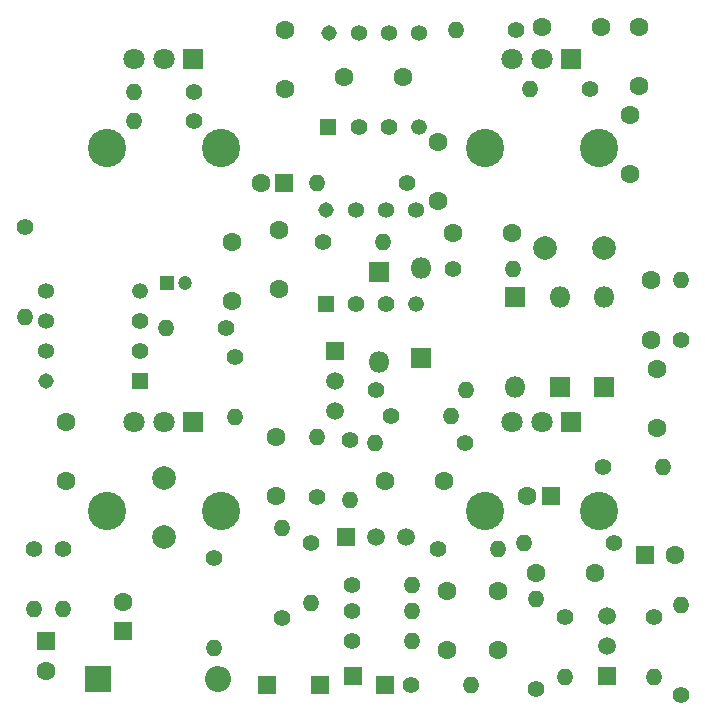
<source format=gbs>
%TF.GenerationSoftware,KiCad,Pcbnew,7.0.1*%
%TF.CreationDate,2023-06-03T22:26:13+02:00*%
%TF.ProjectId,SwedishChainsaw,53776564-6973-4684-9368-61696e736177,rev?*%
%TF.SameCoordinates,Original*%
%TF.FileFunction,Soldermask,Bot*%
%TF.FilePolarity,Negative*%
%FSLAX46Y46*%
G04 Gerber Fmt 4.6, Leading zero omitted, Abs format (unit mm)*
G04 Created by KiCad (PCBNEW 7.0.1) date 2023-06-03 22:26:13*
%MOMM*%
%LPD*%
G01*
G04 APERTURE LIST*
G04 Aperture macros list*
%AMRoundRect*
0 Rectangle with rounded corners*
0 $1 Rounding radius*
0 $2 $3 $4 $5 $6 $7 $8 $9 X,Y pos of 4 corners*
0 Add a 4 corners polygon primitive as box body*
4,1,4,$2,$3,$4,$5,$6,$7,$8,$9,$2,$3,0*
0 Add four circle primitives for the rounded corners*
1,1,$1+$1,$2,$3*
1,1,$1+$1,$4,$5*
1,1,$1+$1,$6,$7*
1,1,$1+$1,$8,$9*
0 Add four rect primitives between the rounded corners*
20,1,$1+$1,$2,$3,$4,$5,0*
20,1,$1+$1,$4,$5,$6,$7,0*
20,1,$1+$1,$6,$7,$8,$9,0*
20,1,$1+$1,$8,$9,$2,$3,0*%
G04 Aperture macros list end*
%ADD10R,1.325000X1.325000*%
%ADD11C,1.390000*%
%ADD12C,1.390034*%
%ADD13C,1.340148*%
%ADD14C,1.360000*%
%ADD15C,1.360036*%
%ADD16C,1.360588*%
%ADD17C,1.310152*%
%ADD18RoundRect,0.250000X-0.550000X-0.550000X0.550000X-0.550000X0.550000X0.550000X-0.550000X0.550000X0*%
%ADD19C,3.240000*%
%ADD20R,1.800000X1.800000*%
%ADD21C,1.800000*%
%ADD22C,1.400000*%
%ADD23O,1.400000X1.400000*%
%ADD24O,1.800000X1.800000*%
%ADD25C,1.600000*%
%ADD26R,1.500000X1.500000*%
%ADD27C,1.500000*%
%ADD28R,1.600000X1.600000*%
%ADD29C,2.000000*%
%ADD30R,1.200000X1.200000*%
%ADD31C,1.200000*%
%ADD32R,2.200000X2.200000*%
%ADD33O,2.200000X2.200000*%
G04 APERTURE END LIST*
D10*
%TO.C,U2*%
X72937500Y-65712500D03*
D11*
X75480000Y-65720000D03*
D12*
X78020000Y-65720000D03*
D13*
X80560000Y-65720000D03*
D14*
X80560000Y-57780000D03*
D15*
X78020000Y-57780000D03*
D16*
X75480000Y-57780000D03*
D17*
X72940000Y-57780000D03*
%TD*%
D18*
%TO.C,Vin*%
X72250000Y-113000000D03*
%TD*%
%TO.C,OUT*%
X67720000Y-113000000D03*
%TD*%
D10*
%TO.C,U3*%
X72687500Y-80712500D03*
D11*
X75230000Y-80720000D03*
D12*
X77770000Y-80720000D03*
D13*
X80310000Y-80720000D03*
D14*
X80310000Y-72780000D03*
D15*
X77770000Y-72780000D03*
D16*
X75230000Y-72780000D03*
D17*
X72690000Y-72780000D03*
%TD*%
D18*
%TO.C,GND*%
X77750000Y-113000000D03*
%TD*%
D19*
%TO.C,RV3*%
X95800000Y-67500000D03*
X86200000Y-67500000D03*
D20*
X93500000Y-60000000D03*
D21*
X91000000Y-60000000D03*
X88500000Y-60000000D03*
%TD*%
D19*
%TO.C,RV4*%
X63800000Y-98250000D03*
X54200000Y-98250000D03*
D20*
X61500000Y-90750000D03*
D21*
X59000000Y-90750000D03*
X56500000Y-90750000D03*
%TD*%
D10*
%TO.C,U1*%
X56962500Y-87252500D03*
D11*
X56970000Y-84710000D03*
D12*
X56970000Y-82170000D03*
D13*
X56970000Y-79630000D03*
D14*
X49030000Y-79630000D03*
D15*
X49030000Y-82170000D03*
D16*
X49030000Y-84710000D03*
D17*
X49030000Y-87250000D03*
%TD*%
D19*
%TO.C,RV1*%
X95800000Y-98250000D03*
X86200000Y-98250000D03*
D20*
X93500000Y-90750000D03*
D21*
X91000000Y-90750000D03*
X88500000Y-90750000D03*
%TD*%
D18*
%TO.C,IN*%
X75000000Y-112250000D03*
%TD*%
D19*
%TO.C,RV2*%
X63800000Y-67500000D03*
X54200000Y-67500000D03*
D20*
X61500000Y-60000000D03*
D21*
X59000000Y-60000000D03*
X56500000Y-60000000D03*
%TD*%
D22*
%TO.C,R25*%
X72460000Y-75500000D03*
D23*
X77540000Y-75500000D03*
%TD*%
D22*
%TO.C,R23*%
X63250000Y-102250000D03*
D23*
X63250000Y-109870000D03*
%TD*%
D22*
%TO.C,R2*%
X48000000Y-101460000D03*
D23*
X48000000Y-106540000D03*
%TD*%
D20*
%TO.C,D6*%
X77250000Y-78000000D03*
D24*
X77250000Y-85620000D03*
%TD*%
D22*
%TO.C,R10*%
X82250000Y-101500000D03*
D23*
X87330000Y-101500000D03*
%TD*%
D22*
%TO.C,R22*%
X83460000Y-77750000D03*
D23*
X88540000Y-77750000D03*
%TD*%
D25*
%TO.C,C8*%
X68500000Y-97000000D03*
X68500000Y-92000000D03*
%TD*%
%TO.C,C11*%
X100250000Y-83750000D03*
X100250000Y-78750000D03*
%TD*%
D22*
%TO.C,R15*%
X78210000Y-90250000D03*
D23*
X83290000Y-90250000D03*
%TD*%
D25*
%TO.C,C24*%
X69250000Y-62500000D03*
X69250000Y-57500000D03*
%TD*%
D22*
%TO.C,R5*%
X97120000Y-101000000D03*
D23*
X89500000Y-101000000D03*
%TD*%
D20*
%TO.C,D4*%
X88750000Y-80190000D03*
D24*
X88750000Y-87810000D03*
%TD*%
D25*
%TO.C,C20*%
X74250000Y-61500000D03*
X79250000Y-61500000D03*
%TD*%
D22*
%TO.C,R12*%
X100500000Y-107210000D03*
D23*
X100500000Y-112290000D03*
%TD*%
D26*
%TO.C,Q1*%
X74460000Y-100500000D03*
D27*
X77000000Y-100500000D03*
X79540000Y-100500000D03*
%TD*%
D25*
%TO.C,C16*%
X64750000Y-80500000D03*
X64750000Y-75500000D03*
%TD*%
D22*
%TO.C,R14*%
X72000000Y-97040000D03*
D23*
X72000000Y-91960000D03*
%TD*%
D25*
%TO.C,C19*%
X91000000Y-57250000D03*
X96000000Y-57250000D03*
%TD*%
D28*
%TO.C,C9*%
X91750000Y-97000000D03*
D25*
X89750000Y-97000000D03*
%TD*%
%TO.C,C18*%
X98500000Y-69750000D03*
X98500000Y-64750000D03*
%TD*%
D22*
%TO.C,R6*%
X74960000Y-106750000D03*
D23*
X80040000Y-106750000D03*
%TD*%
D22*
%TO.C,R11*%
X102750000Y-113810000D03*
D23*
X102750000Y-106190000D03*
%TD*%
D22*
%TO.C,R28*%
X95040000Y-62500000D03*
D23*
X89960000Y-62500000D03*
%TD*%
D28*
%TO.C,C22*%
X69205113Y-70500000D03*
D25*
X67205113Y-70500000D03*
%TD*%
D28*
%TO.C,C2*%
X49000000Y-109294888D03*
D25*
X49000000Y-111794888D03*
%TD*%
D22*
%TO.C,R21*%
X102750000Y-83790000D03*
D23*
X102750000Y-78710000D03*
%TD*%
D22*
%TO.C,R30*%
X88790000Y-57500000D03*
D23*
X83710000Y-57500000D03*
%TD*%
D20*
%TO.C,D5*%
X80750000Y-85310000D03*
D24*
X80750000Y-77690000D03*
%TD*%
D25*
%TO.C,C25*%
X50750000Y-95750000D03*
X50750000Y-90750000D03*
%TD*%
%TO.C,C4*%
X87250000Y-105000000D03*
X87250000Y-110000000D03*
%TD*%
D22*
%TO.C,R29*%
X61540000Y-65250000D03*
D23*
X56460000Y-65250000D03*
%TD*%
D22*
%TO.C,R32*%
X65000000Y-85250000D03*
D23*
X65000000Y-90330000D03*
%TD*%
D22*
%TO.C,R7*%
X74960000Y-104500000D03*
D23*
X80040000Y-104500000D03*
%TD*%
D25*
%TO.C,C6*%
X77750000Y-95750000D03*
X82750000Y-95750000D03*
%TD*%
%TO.C,C17*%
X99250000Y-62250000D03*
X99250000Y-57250000D03*
%TD*%
%TO.C,C5*%
X90500000Y-103500000D03*
X95500000Y-103500000D03*
%TD*%
D22*
%TO.C,R17*%
X74750000Y-92250000D03*
D23*
X74750000Y-97330000D03*
%TD*%
D26*
%TO.C,Q3*%
X73500000Y-84710000D03*
D27*
X73500000Y-87250000D03*
X73500000Y-89790000D03*
%TD*%
D22*
%TO.C,R31*%
X79560000Y-70500000D03*
D23*
X71940000Y-70500000D03*
%TD*%
D25*
%TO.C,C21*%
X82250000Y-72000000D03*
X82250000Y-67000000D03*
%TD*%
D22*
%TO.C,R27*%
X61540000Y-62750000D03*
D23*
X56460000Y-62750000D03*
%TD*%
D20*
%TO.C,D3*%
X92500000Y-87810000D03*
D24*
X92500000Y-80190000D03*
%TD*%
D22*
%TO.C,R24*%
X47250000Y-74190000D03*
D23*
X47250000Y-81810000D03*
%TD*%
D20*
%TO.C,D2*%
X96250000Y-87810000D03*
D24*
X96250000Y-80190000D03*
%TD*%
D22*
%TO.C,R19*%
X71500000Y-100960000D03*
D23*
X71500000Y-106040000D03*
%TD*%
D22*
%TO.C,R20*%
X69000000Y-107310000D03*
D23*
X69000000Y-99690000D03*
%TD*%
D25*
%TO.C,C13*%
X88500000Y-74750000D03*
X83500000Y-74750000D03*
%TD*%
D22*
%TO.C,R8*%
X90500000Y-113370000D03*
D23*
X90500000Y-105750000D03*
%TD*%
D22*
%TO.C,R26*%
X64290000Y-82750000D03*
D23*
X59210000Y-82750000D03*
%TD*%
D22*
%TO.C,R3*%
X79960000Y-113000000D03*
D23*
X85040000Y-113000000D03*
%TD*%
D22*
%TO.C,R13*%
X84500000Y-92500000D03*
D23*
X76880000Y-92500000D03*
%TD*%
D29*
%TO.C,C12*%
X96250000Y-76000000D03*
X91250000Y-76000000D03*
%TD*%
D25*
%TO.C,C23*%
X68750000Y-79500000D03*
X68750000Y-74500000D03*
%TD*%
D28*
%TO.C,C7*%
X99750000Y-102000000D03*
D25*
X102250000Y-102000000D03*
%TD*%
D30*
%TO.C,C15*%
X59277401Y-79000000D03*
D31*
X60777401Y-79000000D03*
%TD*%
D22*
%TO.C,R9*%
X93000000Y-107210000D03*
D23*
X93000000Y-112290000D03*
%TD*%
D26*
%TO.C,Q2*%
X96500000Y-112250000D03*
D27*
X96500000Y-109710000D03*
X96500000Y-107170000D03*
%TD*%
D32*
%TO.C,D1*%
X53420000Y-112500000D03*
D33*
X63580000Y-112500000D03*
%TD*%
D25*
%TO.C,C10*%
X100750000Y-91250000D03*
X100750000Y-86250000D03*
%TD*%
D22*
%TO.C,R4*%
X74960000Y-109250000D03*
D23*
X80040000Y-109250000D03*
%TD*%
D22*
%TO.C,R1*%
X50500000Y-101460000D03*
D23*
X50500000Y-106540000D03*
%TD*%
D28*
%TO.C,C1*%
X55500000Y-108432379D03*
D25*
X55500000Y-105932379D03*
%TD*%
D22*
%TO.C,R16*%
X76940000Y-88000000D03*
D23*
X84560000Y-88000000D03*
%TD*%
D25*
%TO.C,C3*%
X83000000Y-110000000D03*
X83000000Y-105000000D03*
%TD*%
D29*
%TO.C,C14*%
X59000000Y-95500000D03*
X59000000Y-100500000D03*
%TD*%
D22*
%TO.C,R18*%
X96210000Y-94500000D03*
D23*
X101290000Y-94500000D03*
%TD*%
M02*

</source>
